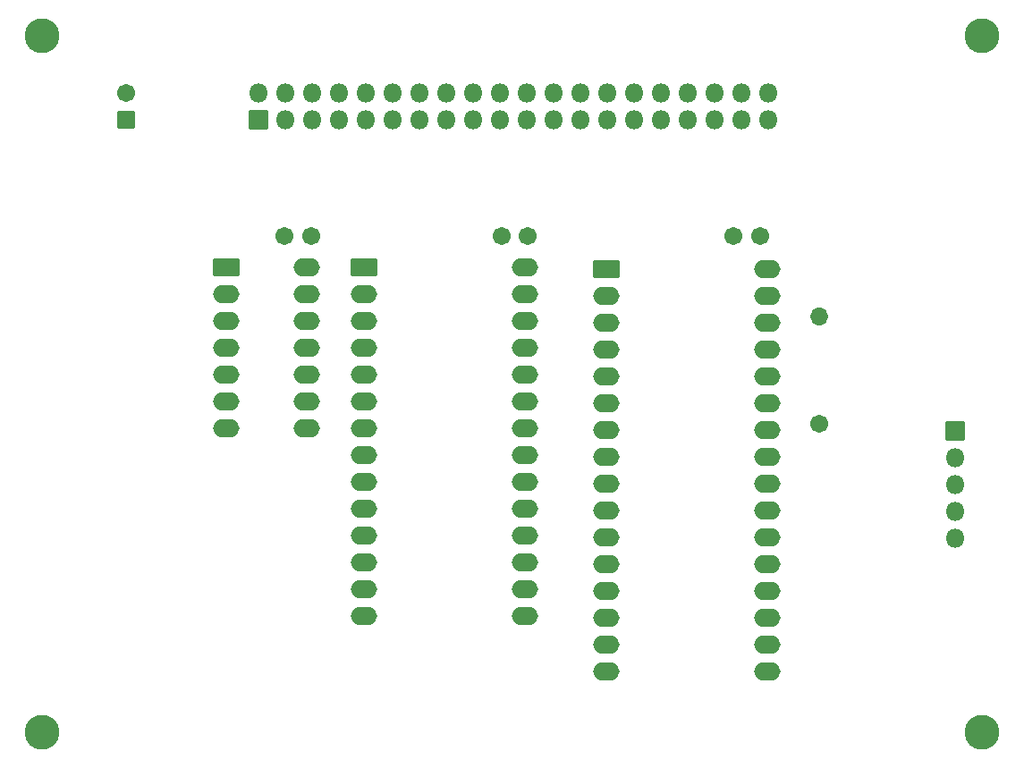
<source format=gbs>
G04 #@! TF.GenerationSoftware,KiCad,Pcbnew,(6.0.4-0)*
G04 #@! TF.CreationDate,2022-11-05T10:22:40+09:00*
G04 #@! TF.ProjectId,KZ80-MSXMEM,4b5a3830-2d4d-4535-984d-454d2e6b6963,rev?*
G04 #@! TF.SameCoordinates,PX8f0d180PY7735940*
G04 #@! TF.FileFunction,Soldermask,Bot*
G04 #@! TF.FilePolarity,Negative*
%FSLAX46Y46*%
G04 Gerber Fmt 4.6, Leading zero omitted, Abs format (unit mm)*
G04 Created by KiCad (PCBNEW (6.0.4-0)) date 2022-11-05 10:22:40*
%MOMM*%
%LPD*%
G01*
G04 APERTURE LIST*
G04 Aperture macros list*
%AMRoundRect*
0 Rectangle with rounded corners*
0 $1 Rounding radius*
0 $2 $3 $4 $5 $6 $7 $8 $9 X,Y pos of 4 corners*
0 Add a 4 corners polygon primitive as box body*
4,1,4,$2,$3,$4,$5,$6,$7,$8,$9,$2,$3,0*
0 Add four circle primitives for the rounded corners*
1,1,$1+$1,$2,$3*
1,1,$1+$1,$4,$5*
1,1,$1+$1,$6,$7*
1,1,$1+$1,$8,$9*
0 Add four rect primitives between the rounded corners*
20,1,$1+$1,$2,$3,$4,$5,0*
20,1,$1+$1,$4,$5,$6,$7,0*
20,1,$1+$1,$6,$7,$8,$9,0*
20,1,$1+$1,$8,$9,$2,$3,0*%
G04 Aperture macros list end*
%ADD10C,1.702000*%
%ADD11RoundRect,0.051000X0.800000X-0.800000X0.800000X0.800000X-0.800000X0.800000X-0.800000X-0.800000X0*%
%ADD12RoundRect,0.051000X0.850000X-0.850000X0.850000X0.850000X-0.850000X0.850000X-0.850000X-0.850000X0*%
%ADD13O,1.802000X1.802000*%
%ADD14RoundRect,0.051000X-0.850000X-0.850000X0.850000X-0.850000X0.850000X0.850000X-0.850000X0.850000X0*%
%ADD15C,3.302000*%
%ADD16RoundRect,0.051000X-1.200000X-0.800000X1.200000X-0.800000X1.200000X0.800000X-1.200000X0.800000X0*%
%ADD17O,2.502000X1.702000*%
%ADD18O,1.702000X1.702000*%
G04 APERTURE END LIST*
D10*
X28500000Y51500000D03*
X31000000Y51500000D03*
D11*
X13500000Y62500000D03*
D10*
X13500000Y65000000D03*
X71000000Y51500000D03*
X73500000Y51500000D03*
X49000000Y51500000D03*
X51500000Y51500000D03*
D12*
X26000000Y62500000D03*
D13*
X26000000Y65040000D03*
X28540000Y62500000D03*
X28540000Y65040000D03*
X31080000Y62500000D03*
X31080000Y65040000D03*
X33620000Y62500000D03*
X33620000Y65040000D03*
X36160000Y62500000D03*
X36160000Y65040000D03*
X38700000Y62500000D03*
X38700000Y65040000D03*
X41240000Y62500000D03*
X41240000Y65040000D03*
X43780000Y62500000D03*
X43780000Y65040000D03*
X46320000Y62500000D03*
X46320000Y65040000D03*
X48860000Y62500000D03*
X48860000Y65040000D03*
X51400000Y62500000D03*
X51400000Y65040000D03*
X53940000Y62500000D03*
X53940000Y65040000D03*
X56480000Y62500000D03*
X56480000Y65040000D03*
X59020000Y62500000D03*
X59020000Y65040000D03*
X61560000Y62500000D03*
X61560000Y65040000D03*
X64100000Y62500000D03*
X64100000Y65040000D03*
X66640000Y62500000D03*
X66640000Y65040000D03*
X69180000Y62500000D03*
X69180000Y65040000D03*
X71720000Y62500000D03*
X71720000Y65040000D03*
X74260000Y62500000D03*
X74260000Y65040000D03*
D14*
X92000000Y33000000D03*
D13*
X92000000Y30460000D03*
X92000000Y27920000D03*
X92000000Y25380000D03*
X92000000Y22840000D03*
D15*
X5500000Y70500000D03*
X94500000Y70500000D03*
X5500000Y4500000D03*
D16*
X23000000Y48500000D03*
D17*
X23000000Y45960000D03*
X23000000Y43420000D03*
X23000000Y40880000D03*
X23000000Y38340000D03*
X23000000Y35800000D03*
X23000000Y33260000D03*
X30620000Y33260000D03*
X30620000Y35800000D03*
X30620000Y38340000D03*
X30620000Y40880000D03*
X30620000Y43420000D03*
X30620000Y45960000D03*
X30620000Y48500000D03*
D16*
X36000000Y48500000D03*
D17*
X36000000Y45960000D03*
X36000000Y43420000D03*
X36000000Y40880000D03*
X36000000Y38340000D03*
X36000000Y35800000D03*
X36000000Y33260000D03*
X36000000Y30720000D03*
X36000000Y28180000D03*
X36000000Y25640000D03*
X36000000Y23100000D03*
X36000000Y20560000D03*
X36000000Y18020000D03*
X36000000Y15480000D03*
X51240000Y15480000D03*
X51240000Y18020000D03*
X51240000Y20560000D03*
X51240000Y23100000D03*
X51240000Y25640000D03*
X51240000Y28180000D03*
X51240000Y30720000D03*
X51240000Y33260000D03*
X51240000Y35800000D03*
X51240000Y38340000D03*
X51240000Y40880000D03*
X51240000Y43420000D03*
X51240000Y45960000D03*
X51240000Y48500000D03*
D15*
X94500000Y4500000D03*
D16*
X58955000Y48390000D03*
D17*
X58955000Y45850000D03*
X58955000Y43310000D03*
X58955000Y40770000D03*
X58955000Y38230000D03*
X58955000Y35690000D03*
X58955000Y33150000D03*
X58955000Y30610000D03*
X58955000Y28070000D03*
X58955000Y25530000D03*
X58955000Y22990000D03*
X58955000Y20450000D03*
X58955000Y17910000D03*
X58955000Y15370000D03*
X58955000Y12830000D03*
X58955000Y10290000D03*
X74195000Y10290000D03*
X74195000Y12830000D03*
X74195000Y15370000D03*
X74195000Y17910000D03*
X74195000Y20450000D03*
X74195000Y22990000D03*
X74195000Y25530000D03*
X74195000Y28070000D03*
X74195000Y30610000D03*
X74195000Y33150000D03*
X74195000Y35690000D03*
X74195000Y38230000D03*
X74195000Y40770000D03*
X74195000Y43310000D03*
X74195000Y45850000D03*
X74195000Y48390000D03*
D10*
X79130000Y33750000D03*
D18*
X79130000Y43910000D03*
M02*

</source>
